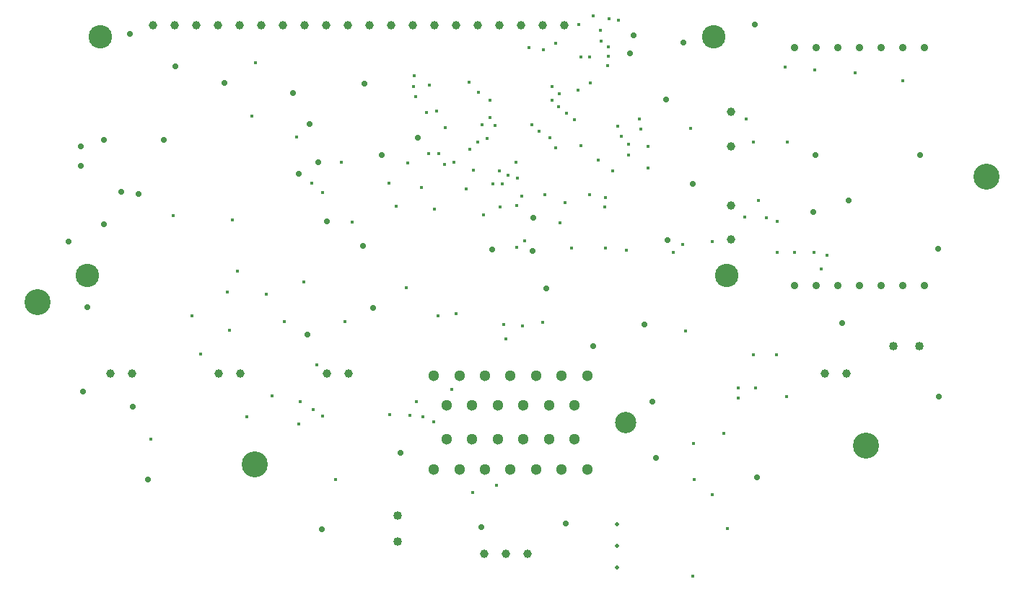
<source format=gbr>
%TF.GenerationSoftware,Altium Limited,Altium Designer,18.1.9 (240)*%
G04 Layer_Color=0*
%FSLAX26Y26*%
%MOIN*%
%TF.FileFunction,Plated,1,2,PTH,Drill*%
%TF.Part,Single*%
G01*
G75*
%TA.AperFunction,ComponentDrill*%
%ADD101C,0.039370*%
%ADD102C,0.108268*%
%ADD103C,0.051181*%
%ADD104C,0.098425*%
%ADD105C,0.038583*%
%TA.AperFunction,OtherDrill,Pad Free-MH (4543.307mil,1507.874mil)*%
%ADD106C,0.120000*%
%TA.AperFunction,ComponentDrill*%
%ADD107C,0.040157*%
%ADD108C,0.040157*%
%ADD109C,0.035433*%
%TA.AperFunction,OtherDrill,Pad Free-MH (1161.614mil,178.15mil)*%
%ADD110C,0.120000*%
%TA.AperFunction,OtherDrill,Pad Free-MH (158.661mil,928.228mil)*%
%ADD111C,0.120000*%
%TA.AperFunction,OtherDrill,Pad Free-MH (3987.008mil,266.142mil)*%
%ADD112C,0.120000*%
%TA.AperFunction,ComponentDrill*%
%ADD113C,0.020079*%
%TA.AperFunction,ViaDrill,NotFilled*%
%ADD114C,0.015000*%
%ADD115C,0.028000*%
D101*
X3361614Y1650394D02*
D03*
Y1374803D02*
D03*
Y1217323D02*
D03*
Y1807874D02*
D03*
X2592323Y2209449D02*
D03*
X2492323D02*
D03*
X2392323D02*
D03*
X2292323D02*
D03*
X2192323D02*
D03*
X2092323D02*
D03*
X1992323D02*
D03*
X1892323D02*
D03*
X1792323D02*
D03*
X1692323D02*
D03*
X1592323D02*
D03*
X1492323D02*
D03*
X1392323D02*
D03*
X1292323D02*
D03*
X1192323D02*
D03*
X1092323D02*
D03*
X992323D02*
D03*
X892323D02*
D03*
X792323D02*
D03*
X692323D02*
D03*
X2222835Y-236220D02*
D03*
X2322835D02*
D03*
X2422835D02*
D03*
D102*
X389173Y1051968D02*
D03*
X3341929D02*
D03*
X3282874Y2154331D02*
D03*
X448228D02*
D03*
D103*
X1989921Y156890D02*
D03*
X2108032D02*
D03*
X2226142D02*
D03*
X2344252D02*
D03*
X2462362D02*
D03*
X2580472D02*
D03*
X2698583D02*
D03*
X2048976Y294685D02*
D03*
X2167087D02*
D03*
X2285197D02*
D03*
X2403307D02*
D03*
X2521417D02*
D03*
X2639528D02*
D03*
X2048976Y452165D02*
D03*
X2167087D02*
D03*
X2285197D02*
D03*
X2403307D02*
D03*
X2521417D02*
D03*
X2639528D02*
D03*
X1989921Y589961D02*
D03*
X2108032D02*
D03*
X2226142D02*
D03*
X2344252D02*
D03*
X2462362D02*
D03*
X2580472D02*
D03*
X2698583D02*
D03*
D104*
X2875748Y373425D02*
D03*
D105*
X3795984Y597362D02*
D03*
X3895984D02*
D03*
X1595984D02*
D03*
X1495984D02*
D03*
X1095984D02*
D03*
X995984D02*
D03*
X595984D02*
D03*
X495984D02*
D03*
D106*
X4543307Y1507874D02*
D03*
D107*
X4232283Y725197D02*
D03*
X4114173D02*
D03*
D108*
X1823622Y-177165D02*
D03*
Y-59055D02*
D03*
D109*
X3654449Y1005512D02*
D03*
X3754449D02*
D03*
X3854449D02*
D03*
X3954449D02*
D03*
X4054449D02*
D03*
X4154449D02*
D03*
X4254449D02*
D03*
Y2103937D02*
D03*
X4154449D02*
D03*
X4054449D02*
D03*
X3954449D02*
D03*
X3854449D02*
D03*
X3754449D02*
D03*
X3654449D02*
D03*
D110*
X1161614Y178150D02*
D03*
D111*
X158661Y928228D02*
D03*
D112*
X3987008Y266142D02*
D03*
D113*
X2834646Y-196850D02*
D03*
Y-96850D02*
D03*
Y-296850D02*
D03*
D114*
X2153347Y1945433D02*
D03*
X3488621Y1398642D02*
D03*
X1476249Y1437008D02*
D03*
X2370074Y1574800D02*
D03*
X1880229Y406481D02*
D03*
X1244094Y496063D02*
D03*
X913386Y688976D02*
D03*
X3137795Y1195507D02*
D03*
X3275591Y1207399D02*
D03*
X2012796Y1615618D02*
D03*
X1814961Y1372695D02*
D03*
X1993519Y1358268D02*
D03*
X2139577Y1451526D02*
D03*
X1357072Y1692913D02*
D03*
X1149606Y1787402D02*
D03*
X1057721Y1308164D02*
D03*
X2551890Y2124685D02*
D03*
X2669286Y2062988D02*
D03*
X2429134Y2106299D02*
D03*
X2571089Y1293802D02*
D03*
X2781152Y1177483D02*
D03*
X2626142Y1178010D02*
D03*
X3476378Y531496D02*
D03*
X3620079Y492126D02*
D03*
X3346457Y-118110D02*
D03*
X3327802Y322835D02*
D03*
X3188976Y275591D02*
D03*
X3192913Y110236D02*
D03*
X3276386Y39559D02*
D03*
X3185039Y-338583D02*
D03*
X1578740Y837142D02*
D03*
X1299213D02*
D03*
X1448228Y637795D02*
D03*
X1389764Y1023622D02*
D03*
X787402Y1328740D02*
D03*
X1425197Y1480315D02*
D03*
X1082677Y1070866D02*
D03*
X2074213Y524212D02*
D03*
X2094042Y874016D02*
D03*
X1787402Y409449D02*
D03*
X1614173Y1299213D02*
D03*
X1216535Y964567D02*
D03*
X1047244Y799213D02*
D03*
X1037402Y974409D02*
D03*
X874016Y866142D02*
D03*
X1125984Y397638D02*
D03*
X3397638Y484252D02*
D03*
X1535433Y110236D02*
D03*
X3397638Y531496D02*
D03*
X3572047Y685039D02*
D03*
X3464567D02*
D03*
X2007874Y866142D02*
D03*
X1909449Y468504D02*
D03*
X1365551Y365551D02*
D03*
X1433071Y433071D02*
D03*
X1476378Y401575D02*
D03*
X1374016Y468504D02*
D03*
X2323036Y759842D02*
D03*
X2311023Y826772D02*
D03*
X2279528Y82677D02*
D03*
X2170514Y47244D02*
D03*
X1862205Y996063D02*
D03*
X1933071Y1459884D02*
D03*
X3656496Y1159449D02*
D03*
X3745079Y1158465D02*
D03*
X3177165Y1732284D02*
D03*
X3622047Y1669291D02*
D03*
X3433071Y1775591D02*
D03*
X3464567Y1669291D02*
D03*
X681102Y295276D02*
D03*
X1562992Y1574803D02*
D03*
X1956693Y1806102D02*
D03*
X2039366Y1566926D02*
D03*
X3525590Y1319354D02*
D03*
X3425197Y1321071D02*
D03*
X2400310Y818898D02*
D03*
X2492126Y836402D02*
D03*
X2814961Y1535433D02*
D03*
X2938650Y1775591D02*
D03*
X2888575Y1657480D02*
D03*
X2944882Y1728347D02*
D03*
X2980315Y1648459D02*
D03*
X2857638Y1696850D02*
D03*
X2839638Y1742126D02*
D03*
X2888575Y1607447D02*
D03*
X2980315Y1549213D02*
D03*
X3614173Y2015748D02*
D03*
X3748032Y2000756D02*
D03*
X3937008Y1988189D02*
D03*
X4157480Y1952756D02*
D03*
X2709286Y2061063D02*
D03*
X2763774Y2133854D02*
D03*
X2759843Y2185039D02*
D03*
X2799023Y2240157D02*
D03*
X2724409Y2251968D02*
D03*
X2795270Y2066925D02*
D03*
X2796069Y2109443D02*
D03*
X2712598Y1940945D02*
D03*
X2657480Y1909449D02*
D03*
X2602362Y1803150D02*
D03*
X2791339Y2023622D02*
D03*
X2494807Y2094488D02*
D03*
X2708661Y1425197D02*
D03*
X2659351Y2212598D02*
D03*
X2551932Y1641732D02*
D03*
X1783465Y1480315D02*
D03*
X2082677Y1574803D02*
D03*
X1869878Y1570866D02*
D03*
X2043307Y1736220D02*
D03*
X2157480Y1633858D02*
D03*
X2235338Y1685039D02*
D03*
X2212598Y1748032D02*
D03*
X2191339Y1669291D02*
D03*
X2173228Y1539370D02*
D03*
X3153543Y795276D02*
D03*
X3094488Y1157480D02*
D03*
X2877953Y1169291D02*
D03*
X2779528Y1370079D02*
D03*
X2783465Y1413386D02*
D03*
X2442274Y1748936D02*
D03*
X2477003Y1717913D02*
D03*
X2527559Y1687488D02*
D03*
X2271937Y1744488D02*
D03*
X2249220Y1780716D02*
D03*
X3574803Y1157480D02*
D03*
Y1302354D02*
D03*
X2503932Y1425194D02*
D03*
X2594488Y1389764D02*
D03*
X3807087Y1145669D02*
D03*
X3779528Y1082677D02*
D03*
X2374011Y1181107D02*
D03*
Y1374013D02*
D03*
X2397633Y1417320D02*
D03*
X2375399Y1500993D02*
D03*
X2409449Y1212598D02*
D03*
X2291334Y1535430D02*
D03*
X2307082Y1476375D02*
D03*
X2263780Y1476378D02*
D03*
X2331819Y1514640D02*
D03*
X1940945Y397638D02*
D03*
X2220468Y1330706D02*
D03*
X2295276Y1370079D02*
D03*
X1989921Y374016D02*
D03*
X2248032Y1862205D02*
D03*
X2669291Y1650591D02*
D03*
X2637795Y1771653D02*
D03*
X2566929Y1830709D02*
D03*
X2535433Y1862205D02*
D03*
Y1925197D02*
D03*
X1964567Y1614173D02*
D03*
X2748032Y1586614D02*
D03*
X2196850Y1899606D02*
D03*
X1968504Y1933071D02*
D03*
X1898701Y1974197D02*
D03*
X2003937Y1811024D02*
D03*
X1905512Y1877953D02*
D03*
X1896162Y1925197D02*
D03*
X1165354Y2035433D02*
D03*
X2842520Y2232284D02*
D03*
X2569370Y1893701D02*
D03*
D115*
X1406653Y777402D02*
D03*
X360748Y1557126D02*
D03*
X545276Y1439961D02*
D03*
X360748Y1649094D02*
D03*
X464567Y1287520D02*
D03*
Y1677402D02*
D03*
X1917323Y1687913D02*
D03*
X1661417Y1187109D02*
D03*
X1708661Y901575D02*
D03*
X2724409Y726517D02*
D03*
X2962199Y824961D02*
D03*
X2259370Y1172480D02*
D03*
X2507711Y992126D02*
D03*
X1494402Y1300706D02*
D03*
X1748032Y1607447D02*
D03*
X1669291Y1939449D02*
D03*
X795276Y2017409D02*
D03*
X586409Y2169291D02*
D03*
X744095Y1677165D02*
D03*
X625984Y1430276D02*
D03*
X303150Y1208661D02*
D03*
X387953Y905118D02*
D03*
X598425Y444882D02*
D03*
X370079Y515748D02*
D03*
X671009Y110236D02*
D03*
X1836510Y231449D02*
D03*
X1473267Y-122047D02*
D03*
X2599952Y-94266D02*
D03*
X2210103Y-110608D02*
D03*
X3000000Y468504D02*
D03*
X3015748Y208661D02*
D03*
X3483554Y118110D02*
D03*
X4322835Y491011D02*
D03*
X3876249Y830709D02*
D03*
X4318898Y1176489D02*
D03*
X4236221Y1610236D02*
D03*
X3744095Y1346529D02*
D03*
X3751811Y1610236D02*
D03*
X3184886Y1475493D02*
D03*
X3062992Y1866142D02*
D03*
X3471850Y2210669D02*
D03*
X3142795Y2128494D02*
D03*
X2912992Y2160709D02*
D03*
X3904508Y1398642D02*
D03*
X3070866Y1216535D02*
D03*
X2897638Y2078937D02*
D03*
X2448819Y1318280D02*
D03*
X2444882Y1165354D02*
D03*
X1417323Y1751968D02*
D03*
X1023622Y1941929D02*
D03*
X1338583Y1894685D02*
D03*
X1365158Y1522638D02*
D03*
X1456693Y1574803D02*
D03*
%TF.MD5,ef15e36619585247c503719c98be1759*%
M02*

</source>
